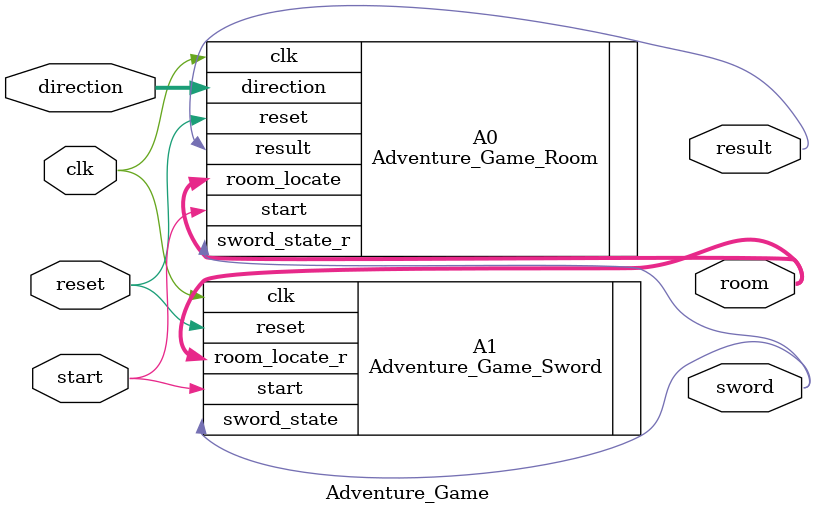
<source format=v>
module Adventure_Game 
	(
		input clk,
		input reset,
		input start,
		input wire [1:0] direction,
		output wire [2:0] room,
		output sword,
		output wire result
	);
	wire [2:0]room_state;
	wire sword_enable;
//--Module Room location
	Adventure_Game_Room A0 
		( 
			.clk(clk), 
			.reset(reset), 
			.start(start), 
			.direction(direction), 
			.sword_state_r(sword), 
			.room_locate(room), 
			.result(result)
		);
//--Module Sword State
	Adventure_Game_Sword A1 
		( 
			.clk(clk), 
			.reset(reset), 
			.start(start), 
			.room_locate_r(room), 
			.sword_state(sword)
		);
endmodule

</source>
